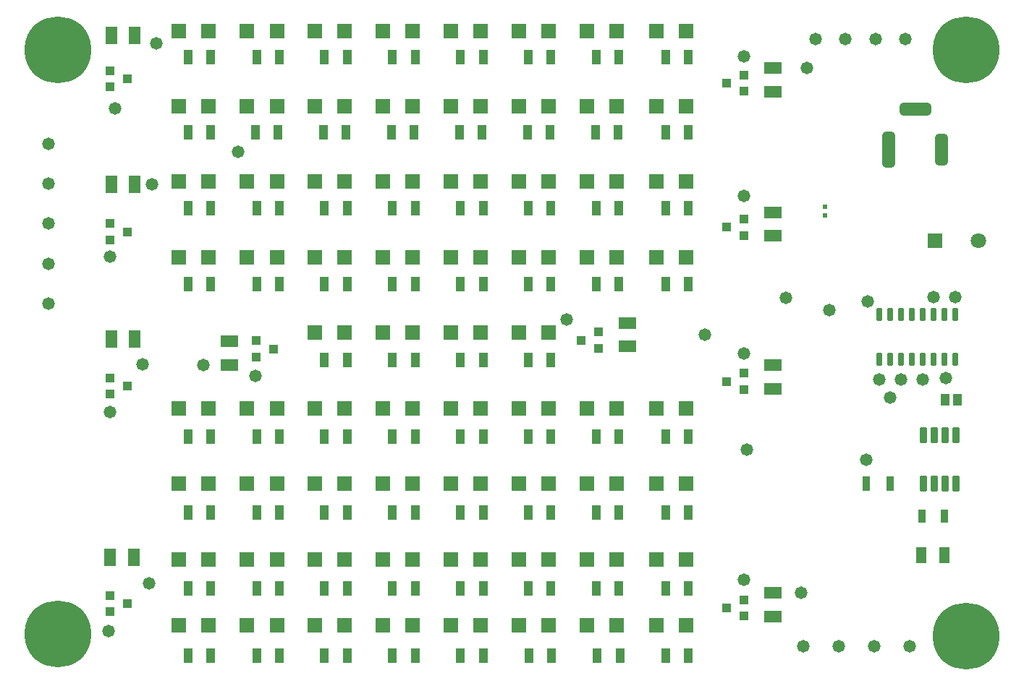
<source format=gts>
G04*
G04 #@! TF.GenerationSoftware,Altium Limited,Altium Designer,20.1.12 (249)*
G04*
G04 Layer_Color=8388736*
%FSLAX25Y25*%
%MOIN*%
G70*
G04*
G04 #@! TF.SameCoordinates,443F414F-3E78-418D-B976-00322DCCCCD1*
G04*
G04*
G04 #@! TF.FilePolarity,Negative*
G04*
G01*
G75*
%ADD17R,0.01968X0.01870*%
%ADD18R,0.03378X0.06150*%
%ADD20R,0.04152X0.05339*%
%ADD21R,0.03740X0.06693*%
%ADD29C,0.05800*%
G04:AMPARAMS|DCode=30|XSize=33.59mil|YSize=72.96mil|CornerRadius=5.92mil|HoleSize=0mil|Usage=FLASHONLY|Rotation=0.000|XOffset=0mil|YOffset=0mil|HoleType=Round|Shape=RoundedRectangle|*
%AMROUNDEDRECTD30*
21,1,0.03359,0.06112,0,0,0.0*
21,1,0.02175,0.07296,0,0,0.0*
1,1,0.01184,0.01088,-0.03056*
1,1,0.01184,-0.01088,-0.03056*
1,1,0.01184,-0.01088,0.03056*
1,1,0.01184,0.01088,0.03056*
%
%ADD30ROUNDEDRECTD30*%
G04:AMPARAMS|DCode=31|XSize=29.65mil|YSize=57.21mil|CornerRadius=5.95mil|HoleSize=0mil|Usage=FLASHONLY|Rotation=0.000|XOffset=0mil|YOffset=0mil|HoleType=Round|Shape=RoundedRectangle|*
%AMROUNDEDRECTD31*
21,1,0.02965,0.04532,0,0,0.0*
21,1,0.01776,0.05721,0,0,0.0*
1,1,0.01190,0.00888,-0.02266*
1,1,0.01190,-0.00888,-0.02266*
1,1,0.01190,-0.00888,0.02266*
1,1,0.01190,0.00888,0.02266*
%
%ADD31ROUNDEDRECTD31*%
%ADD32R,0.04540X0.07493*%
%ADD33R,0.06706X0.06706*%
%ADD34R,0.04343X0.06902*%
%ADD35R,0.04343X0.03950*%
%ADD36R,0.05721X0.07887*%
%ADD37R,0.07887X0.05721*%
G04:AMPARAMS|DCode=38|XSize=145.8mil|YSize=59.18mil|CornerRadius=16.8mil|HoleSize=0mil|Usage=FLASHONLY|Rotation=0.000|XOffset=0mil|YOffset=0mil|HoleType=Round|Shape=RoundedRectangle|*
%AMROUNDEDRECTD38*
21,1,0.14580,0.02559,0,0,0.0*
21,1,0.11221,0.05918,0,0,0.0*
1,1,0.03359,0.05610,-0.01280*
1,1,0.03359,-0.05610,-0.01280*
1,1,0.03359,-0.05610,0.01280*
1,1,0.03359,0.05610,0.01280*
%
%ADD38ROUNDEDRECTD38*%
G04:AMPARAMS|DCode=39|XSize=145.8mil|YSize=59.18mil|CornerRadius=16.8mil|HoleSize=0mil|Usage=FLASHONLY|Rotation=270.000|XOffset=0mil|YOffset=0mil|HoleType=Round|Shape=RoundedRectangle|*
%AMROUNDEDRECTD39*
21,1,0.14580,0.02559,0,0,270.0*
21,1,0.11221,0.05918,0,0,270.0*
1,1,0.03359,-0.01280,-0.05610*
1,1,0.03359,-0.01280,0.05610*
1,1,0.03359,0.01280,0.05610*
1,1,0.03359,0.01280,-0.05610*
%
%ADD39ROUNDEDRECTD39*%
G04:AMPARAMS|DCode=40|XSize=165.48mil|YSize=59.18mil|CornerRadius=16.8mil|HoleSize=0mil|Usage=FLASHONLY|Rotation=270.000|XOffset=0mil|YOffset=0mil|HoleType=Round|Shape=RoundedRectangle|*
%AMROUNDEDRECTD40*
21,1,0.16548,0.02559,0,0,270.0*
21,1,0.13189,0.05918,0,0,270.0*
1,1,0.03359,-0.01280,-0.06594*
1,1,0.03359,-0.01280,0.06594*
1,1,0.03359,0.01280,0.06594*
1,1,0.03359,0.01280,-0.06594*
%
%ADD40ROUNDEDRECTD40*%
%ADD41C,0.07099*%
%ADD42R,0.07099X0.07099*%
%ADD43C,0.30800*%
D17*
X615500Y386482D02*
D03*
Y390518D02*
D03*
D18*
X659868Y248000D02*
D03*
X670317D02*
D03*
D20*
X670643Y301500D02*
D03*
X676357D02*
D03*
D21*
X645512Y263000D02*
D03*
X634488D02*
D03*
D29*
X257631Y401125D02*
D03*
X654500Y188000D02*
D03*
X638667Y468000D02*
D03*
X652500D02*
D03*
X257631Y419500D02*
D03*
X611000Y468000D02*
D03*
X624833D02*
D03*
X638167Y188000D02*
D03*
X605500D02*
D03*
X621833D02*
D03*
X257631Y382750D02*
D03*
Y346000D02*
D03*
Y364375D02*
D03*
X578000Y460000D02*
D03*
X604500Y212500D02*
D03*
X579500Y278500D02*
D03*
X560000Y331500D02*
D03*
X353000Y312500D02*
D03*
X307500Y466000D02*
D03*
X286000Y367500D02*
D03*
X301000Y318000D02*
D03*
X304000Y217000D02*
D03*
X635000Y347000D02*
D03*
X675500Y349000D02*
D03*
X660500Y311000D02*
D03*
X665500Y349000D02*
D03*
X634500Y274000D02*
D03*
X640500Y311000D02*
D03*
X617500Y343000D02*
D03*
X650500Y311000D02*
D03*
X671000Y311500D02*
D03*
X645500Y302500D02*
D03*
X305500Y401000D02*
D03*
X597500Y348500D02*
D03*
X496500Y338500D02*
D03*
X607000Y454500D02*
D03*
X329000Y317519D02*
D03*
X288500Y436000D02*
D03*
X578000Y218500D02*
D03*
X285500Y195000D02*
D03*
X286000Y296000D02*
D03*
X345000Y416000D02*
D03*
X578000Y323000D02*
D03*
Y395500D02*
D03*
D30*
X675671Y285122D02*
D03*
X670671D02*
D03*
X665671D02*
D03*
X660671D02*
D03*
X675671Y262878D02*
D03*
X670671D02*
D03*
X665671D02*
D03*
X660671D02*
D03*
D31*
X640500Y340835D02*
D03*
X675500Y320165D02*
D03*
X670500D02*
D03*
X665500D02*
D03*
X660500D02*
D03*
X655500D02*
D03*
X650500D02*
D03*
X640500D02*
D03*
X650500Y340835D02*
D03*
X655500D02*
D03*
X675500D02*
D03*
X645500Y320165D02*
D03*
Y340835D02*
D03*
X660500D02*
D03*
X670500D02*
D03*
X665500D02*
D03*
D32*
X670500Y230000D02*
D03*
X659673D02*
D03*
D33*
X317610Y228000D02*
D03*
X331390D02*
D03*
X349110D02*
D03*
X362889D02*
D03*
X380410D02*
D03*
X394189D02*
D03*
X380410Y332500D02*
D03*
X394189D02*
D03*
X411710Y228000D02*
D03*
X425489D02*
D03*
X411710Y332500D02*
D03*
X425489D02*
D03*
X443010Y228000D02*
D03*
X456789D02*
D03*
X443010Y332500D02*
D03*
X456789D02*
D03*
X474310Y228000D02*
D03*
X488089D02*
D03*
X474310Y332500D02*
D03*
X488089D02*
D03*
X505610Y228000D02*
D03*
X519389D02*
D03*
X551390D02*
D03*
X537610D02*
D03*
X317610Y297666D02*
D03*
X331390D02*
D03*
X317610Y367333D02*
D03*
X331390D02*
D03*
X317610Y402166D02*
D03*
X331390D02*
D03*
X317610Y437000D02*
D03*
X331390D02*
D03*
Y471500D02*
D03*
X317610D02*
D03*
X349110Y297666D02*
D03*
X362889D02*
D03*
X349110Y367333D02*
D03*
X362889D02*
D03*
X349110Y402166D02*
D03*
X362889D02*
D03*
Y437000D02*
D03*
X349110D02*
D03*
X362889Y471500D02*
D03*
X349110D02*
D03*
X380410Y297666D02*
D03*
X394189D02*
D03*
X380410Y367333D02*
D03*
X394189D02*
D03*
X380410Y402166D02*
D03*
X394189D02*
D03*
Y437000D02*
D03*
X380410D02*
D03*
X394189Y471500D02*
D03*
X380410D02*
D03*
X411710Y297666D02*
D03*
X425489D02*
D03*
X411710Y367333D02*
D03*
X425489D02*
D03*
X411710Y402166D02*
D03*
X425489D02*
D03*
Y437000D02*
D03*
X411710D02*
D03*
X425489Y471500D02*
D03*
X411710D02*
D03*
X443010Y297666D02*
D03*
X456789D02*
D03*
X443010Y367333D02*
D03*
X456789D02*
D03*
X443010Y402166D02*
D03*
X456789D02*
D03*
Y437000D02*
D03*
X443010D02*
D03*
X456789Y471500D02*
D03*
X443010D02*
D03*
X474310Y297666D02*
D03*
X488089D02*
D03*
X474310Y367333D02*
D03*
X488089D02*
D03*
X474310Y402166D02*
D03*
X488089D02*
D03*
Y437000D02*
D03*
X474310D02*
D03*
X488089Y471500D02*
D03*
X474310D02*
D03*
X519389Y297666D02*
D03*
X505610D02*
D03*
X519390Y367333D02*
D03*
X505610D02*
D03*
X505610Y402166D02*
D03*
X519389D02*
D03*
X519390Y437000D02*
D03*
X505610D02*
D03*
X519390Y471500D02*
D03*
X505610D02*
D03*
X551390Y297666D02*
D03*
X537610D02*
D03*
X551390Y367333D02*
D03*
X537610D02*
D03*
X551390Y402166D02*
D03*
X537610D02*
D03*
X551390Y437000D02*
D03*
X537610D02*
D03*
X551390Y471500D02*
D03*
X537610D02*
D03*
X317610Y197500D02*
D03*
X331390D02*
D03*
X317610Y262833D02*
D03*
X331390D02*
D03*
X349110Y197500D02*
D03*
X362889D02*
D03*
X349110Y262833D02*
D03*
X362889D02*
D03*
X380410Y197500D02*
D03*
X394189D02*
D03*
X380410Y262833D02*
D03*
X394189D02*
D03*
X411710Y197500D02*
D03*
X425489D02*
D03*
X411710Y262833D02*
D03*
X425489D02*
D03*
X443010Y197500D02*
D03*
X456789D02*
D03*
X443010Y262833D02*
D03*
X456789D02*
D03*
X474310Y197500D02*
D03*
X488089D02*
D03*
X474310Y262833D02*
D03*
X488089D02*
D03*
X505610Y197500D02*
D03*
X519389D02*
D03*
X505610Y262833D02*
D03*
X519389D02*
D03*
X537610Y197500D02*
D03*
X551390D02*
D03*
Y262833D02*
D03*
X537610D02*
D03*
D34*
X332472Y284667D02*
D03*
X322039D02*
D03*
Y459500D02*
D03*
X332472D02*
D03*
X363972Y284667D02*
D03*
X353539D02*
D03*
Y459500D02*
D03*
X363972D02*
D03*
X384839D02*
D03*
X395272D02*
D03*
Y284667D02*
D03*
X384839D02*
D03*
X416139Y459500D02*
D03*
X426572D02*
D03*
X416139Y284667D02*
D03*
X426572D02*
D03*
X447439Y459500D02*
D03*
X457872D02*
D03*
X447439Y284667D02*
D03*
X457872D02*
D03*
X489172D02*
D03*
X478739D02*
D03*
Y459500D02*
D03*
X489172D02*
D03*
X510039Y284667D02*
D03*
X520472D02*
D03*
X510039Y459500D02*
D03*
X520472D02*
D03*
X542039Y284667D02*
D03*
X552472D02*
D03*
X542039Y459500D02*
D03*
X552472D02*
D03*
X332472Y183500D02*
D03*
X322039D02*
D03*
X332472Y214500D02*
D03*
X322039D02*
D03*
X332472Y249583D02*
D03*
X322039D02*
D03*
X332472Y425000D02*
D03*
X322039D02*
D03*
X363972Y183500D02*
D03*
X353539D02*
D03*
Y214500D02*
D03*
X363972D02*
D03*
X353539Y249583D02*
D03*
X363972D02*
D03*
X353039Y425000D02*
D03*
X363472D02*
D03*
X395272Y183500D02*
D03*
X384839D02*
D03*
Y214500D02*
D03*
X395272D02*
D03*
X384839Y249583D02*
D03*
X395272D02*
D03*
Y319750D02*
D03*
X384839D02*
D03*
X384339Y425000D02*
D03*
X394772D02*
D03*
X426572Y183500D02*
D03*
X416139D02*
D03*
Y214500D02*
D03*
X426572D02*
D03*
X416139Y249583D02*
D03*
X426572D02*
D03*
X416139Y319750D02*
D03*
X426572D02*
D03*
X415639Y425000D02*
D03*
X426072D02*
D03*
X457872Y183500D02*
D03*
X447439D02*
D03*
Y214500D02*
D03*
X457872D02*
D03*
X447439Y249583D02*
D03*
X457872D02*
D03*
X447439Y319750D02*
D03*
X457872D02*
D03*
X446939Y425000D02*
D03*
X457372D02*
D03*
X489406Y183500D02*
D03*
X478972D02*
D03*
X478739Y214500D02*
D03*
X489172D02*
D03*
X478739Y249583D02*
D03*
X489172D02*
D03*
Y319750D02*
D03*
X478739D02*
D03*
X478239Y425000D02*
D03*
X488672D02*
D03*
X520939Y183500D02*
D03*
X510506D02*
D03*
X510039Y214500D02*
D03*
X520472D02*
D03*
X510039Y249583D02*
D03*
X520472D02*
D03*
X509539Y425000D02*
D03*
X519972D02*
D03*
X552472Y183500D02*
D03*
X542039D02*
D03*
Y214500D02*
D03*
X552472D02*
D03*
X542039Y249583D02*
D03*
X552472D02*
D03*
X542039Y425000D02*
D03*
X552472D02*
D03*
X332472Y354833D02*
D03*
X322039D02*
D03*
X332472Y389917D02*
D03*
X322039D02*
D03*
X363972Y354833D02*
D03*
X353539D02*
D03*
Y389917D02*
D03*
X363972D02*
D03*
X395272Y354833D02*
D03*
X384839D02*
D03*
X384839Y389917D02*
D03*
X395272D02*
D03*
X416139Y354833D02*
D03*
X426572D02*
D03*
X416139Y389917D02*
D03*
X426572D02*
D03*
X447439Y354833D02*
D03*
X457872D02*
D03*
X447439Y389917D02*
D03*
X457872D02*
D03*
X489172Y354833D02*
D03*
X478739D02*
D03*
X478739Y389917D02*
D03*
X489172D02*
D03*
X510039Y354833D02*
D03*
X520472D02*
D03*
X510039Y389917D02*
D03*
X520472D02*
D03*
X542039Y354833D02*
D03*
X552472D02*
D03*
X542039Y389917D02*
D03*
X552472D02*
D03*
D35*
X503063Y329000D02*
D03*
X510937Y332740D02*
D03*
Y325260D02*
D03*
X293937Y207500D02*
D03*
X286063Y203760D02*
D03*
Y211240D02*
D03*
X293937Y307933D02*
D03*
X286063Y304193D02*
D03*
Y311673D02*
D03*
X293937Y379000D02*
D03*
X286063Y375260D02*
D03*
Y382740D02*
D03*
X577937Y201760D02*
D03*
Y209240D02*
D03*
X570063Y205500D02*
D03*
Y310000D02*
D03*
X577937Y313740D02*
D03*
Y306260D02*
D03*
X570063Y381067D02*
D03*
X577937Y384807D02*
D03*
Y377327D02*
D03*
X293937Y449500D02*
D03*
X286063Y445760D02*
D03*
Y453240D02*
D03*
X361381Y325000D02*
D03*
X353507Y321260D02*
D03*
Y328740D02*
D03*
X570063Y447500D02*
D03*
X577937Y451240D02*
D03*
Y443760D02*
D03*
D36*
X296913Y229000D02*
D03*
X286087D02*
D03*
X297413Y329500D02*
D03*
X286587D02*
D03*
X297413Y401000D02*
D03*
X286587D02*
D03*
Y469500D02*
D03*
X297413D02*
D03*
D37*
X524500Y336913D02*
D03*
Y326087D02*
D03*
X591500Y201587D02*
D03*
Y212413D02*
D03*
Y306587D02*
D03*
Y317413D02*
D03*
X341000Y317587D02*
D03*
Y328413D02*
D03*
X591500Y377087D02*
D03*
Y387913D02*
D03*
Y443587D02*
D03*
Y454413D02*
D03*
D38*
X657189Y435504D02*
D03*
D39*
X669000Y417000D02*
D03*
D40*
X644591D02*
D03*
D41*
X686000Y375000D02*
D03*
D42*
X666000D02*
D03*
D43*
X680500Y192500D02*
D03*
Y463000D02*
D03*
X262000Y193500D02*
D03*
Y463000D02*
D03*
M02*

</source>
